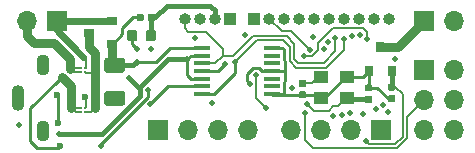
<source format=gbl>
G04 #@! TF.GenerationSoftware,KiCad,Pcbnew,(5.1.5)-3*
G04 #@! TF.CreationDate,2020-12-08T16:20:54+11:00*
G04 #@! TF.ProjectId,microBoSL,6d696372-6f42-46f5-934c-2e6b69636164,0.1.0*
G04 #@! TF.SameCoordinates,Original*
G04 #@! TF.FileFunction,Copper,L4,Bot*
G04 #@! TF.FilePolarity,Positive*
%FSLAX46Y46*%
G04 Gerber Fmt 4.6, Leading zero omitted, Abs format (unit mm)*
G04 Created by KiCad (PCBNEW (5.1.5)-3) date 2020-12-08 16:20:54*
%MOMM*%
%LPD*%
G04 APERTURE LIST*
%ADD10O,1.000000X1.000000*%
%ADD11R,1.000000X1.000000*%
%ADD12R,1.300000X1.000000*%
%ADD13C,0.100000*%
%ADD14C,0.200000*%
%ADD15O,1.700000X1.700000*%
%ADD16R,1.700000X1.700000*%
%ADD17R,1.450000X0.450000*%
%ADD18R,0.900000X0.800000*%
%ADD19R,0.800000X0.900000*%
%ADD20O,1.100000X2.200000*%
%ADD21O,1.100000X1.800000*%
%ADD22C,0.500000*%
%ADD23C,0.600000*%
%ADD24C,0.160000*%
%ADD25C,0.600000*%
%ADD26C,0.250000*%
%ADD27C,0.800000*%
%ADD28C,0.400000*%
%ADD29C,0.200000*%
G04 APERTURE END LIST*
D10*
X132600000Y-103650000D03*
X131330000Y-103650000D03*
X130060000Y-103650000D03*
X128790000Y-103650000D03*
X127520000Y-103650000D03*
X126250000Y-103650000D03*
X124980000Y-103650000D03*
X123710000Y-103650000D03*
X122440000Y-103650000D03*
D11*
X121170000Y-103650000D03*
D12*
X129050000Y-108600000D03*
X126850000Y-108600000D03*
X126850000Y-110400000D03*
X129050000Y-110400000D03*
G04 #@! TA.AperFunction,SMDPad,CuDef*
D13*
G36*
X132986958Y-109155710D02*
G01*
X133001276Y-109157834D01*
X133015317Y-109161351D01*
X133028946Y-109166228D01*
X133042031Y-109172417D01*
X133054447Y-109179858D01*
X133066073Y-109188481D01*
X133076798Y-109198202D01*
X133086519Y-109208927D01*
X133095142Y-109220553D01*
X133102583Y-109232969D01*
X133108772Y-109246054D01*
X133113649Y-109259683D01*
X133117166Y-109273724D01*
X133119290Y-109288042D01*
X133120000Y-109302500D01*
X133120000Y-109597500D01*
X133119290Y-109611958D01*
X133117166Y-109626276D01*
X133113649Y-109640317D01*
X133108772Y-109653946D01*
X133102583Y-109667031D01*
X133095142Y-109679447D01*
X133086519Y-109691073D01*
X133076798Y-109701798D01*
X133066073Y-109711519D01*
X133054447Y-109720142D01*
X133042031Y-109727583D01*
X133028946Y-109733772D01*
X133015317Y-109738649D01*
X133001276Y-109742166D01*
X132986958Y-109744290D01*
X132972500Y-109745000D01*
X132627500Y-109745000D01*
X132613042Y-109744290D01*
X132598724Y-109742166D01*
X132584683Y-109738649D01*
X132571054Y-109733772D01*
X132557969Y-109727583D01*
X132545553Y-109720142D01*
X132533927Y-109711519D01*
X132523202Y-109701798D01*
X132513481Y-109691073D01*
X132504858Y-109679447D01*
X132497417Y-109667031D01*
X132491228Y-109653946D01*
X132486351Y-109640317D01*
X132482834Y-109626276D01*
X132480710Y-109611958D01*
X132480000Y-109597500D01*
X132480000Y-109302500D01*
X132480710Y-109288042D01*
X132482834Y-109273724D01*
X132486351Y-109259683D01*
X132491228Y-109246054D01*
X132497417Y-109232969D01*
X132504858Y-109220553D01*
X132513481Y-109208927D01*
X132523202Y-109198202D01*
X132533927Y-109188481D01*
X132545553Y-109179858D01*
X132557969Y-109172417D01*
X132571054Y-109166228D01*
X132584683Y-109161351D01*
X132598724Y-109157834D01*
X132613042Y-109155710D01*
X132627500Y-109155000D01*
X132972500Y-109155000D01*
X132986958Y-109155710D01*
G37*
G04 #@! TD.AperFunction*
G04 #@! TA.AperFunction,SMDPad,CuDef*
G36*
X132986958Y-110125710D02*
G01*
X133001276Y-110127834D01*
X133015317Y-110131351D01*
X133028946Y-110136228D01*
X133042031Y-110142417D01*
X133054447Y-110149858D01*
X133066073Y-110158481D01*
X133076798Y-110168202D01*
X133086519Y-110178927D01*
X133095142Y-110190553D01*
X133102583Y-110202969D01*
X133108772Y-110216054D01*
X133113649Y-110229683D01*
X133117166Y-110243724D01*
X133119290Y-110258042D01*
X133120000Y-110272500D01*
X133120000Y-110567500D01*
X133119290Y-110581958D01*
X133117166Y-110596276D01*
X133113649Y-110610317D01*
X133108772Y-110623946D01*
X133102583Y-110637031D01*
X133095142Y-110649447D01*
X133086519Y-110661073D01*
X133076798Y-110671798D01*
X133066073Y-110681519D01*
X133054447Y-110690142D01*
X133042031Y-110697583D01*
X133028946Y-110703772D01*
X133015317Y-110708649D01*
X133001276Y-110712166D01*
X132986958Y-110714290D01*
X132972500Y-110715000D01*
X132627500Y-110715000D01*
X132613042Y-110714290D01*
X132598724Y-110712166D01*
X132584683Y-110708649D01*
X132571054Y-110703772D01*
X132557969Y-110697583D01*
X132545553Y-110690142D01*
X132533927Y-110681519D01*
X132523202Y-110671798D01*
X132513481Y-110661073D01*
X132504858Y-110649447D01*
X132497417Y-110637031D01*
X132491228Y-110623946D01*
X132486351Y-110610317D01*
X132482834Y-110596276D01*
X132480710Y-110581958D01*
X132480000Y-110567500D01*
X132480000Y-110272500D01*
X132480710Y-110258042D01*
X132482834Y-110243724D01*
X132486351Y-110229683D01*
X132491228Y-110216054D01*
X132497417Y-110202969D01*
X132504858Y-110190553D01*
X132513481Y-110178927D01*
X132523202Y-110168202D01*
X132533927Y-110158481D01*
X132545553Y-110149858D01*
X132557969Y-110142417D01*
X132571054Y-110136228D01*
X132584683Y-110131351D01*
X132598724Y-110127834D01*
X132613042Y-110125710D01*
X132627500Y-110125000D01*
X132972500Y-110125000D01*
X132986958Y-110125710D01*
G37*
G04 #@! TD.AperFunction*
G04 #@! TA.AperFunction,SMDPad,CuDef*
G36*
X112636958Y-103230710D02*
G01*
X112651276Y-103232834D01*
X112665317Y-103236351D01*
X112678946Y-103241228D01*
X112692031Y-103247417D01*
X112704447Y-103254858D01*
X112716073Y-103263481D01*
X112726798Y-103273202D01*
X112736519Y-103283927D01*
X112745142Y-103295553D01*
X112752583Y-103307969D01*
X112758772Y-103321054D01*
X112763649Y-103334683D01*
X112767166Y-103348724D01*
X112769290Y-103363042D01*
X112770000Y-103377500D01*
X112770000Y-103722500D01*
X112769290Y-103736958D01*
X112767166Y-103751276D01*
X112763649Y-103765317D01*
X112758772Y-103778946D01*
X112752583Y-103792031D01*
X112745142Y-103804447D01*
X112736519Y-103816073D01*
X112726798Y-103826798D01*
X112716073Y-103836519D01*
X112704447Y-103845142D01*
X112692031Y-103852583D01*
X112678946Y-103858772D01*
X112665317Y-103863649D01*
X112651276Y-103867166D01*
X112636958Y-103869290D01*
X112622500Y-103870000D01*
X112327500Y-103870000D01*
X112313042Y-103869290D01*
X112298724Y-103867166D01*
X112284683Y-103863649D01*
X112271054Y-103858772D01*
X112257969Y-103852583D01*
X112245553Y-103845142D01*
X112233927Y-103836519D01*
X112223202Y-103826798D01*
X112213481Y-103816073D01*
X112204858Y-103804447D01*
X112197417Y-103792031D01*
X112191228Y-103778946D01*
X112186351Y-103765317D01*
X112182834Y-103751276D01*
X112180710Y-103736958D01*
X112180000Y-103722500D01*
X112180000Y-103377500D01*
X112180710Y-103363042D01*
X112182834Y-103348724D01*
X112186351Y-103334683D01*
X112191228Y-103321054D01*
X112197417Y-103307969D01*
X112204858Y-103295553D01*
X112213481Y-103283927D01*
X112223202Y-103273202D01*
X112233927Y-103263481D01*
X112245553Y-103254858D01*
X112257969Y-103247417D01*
X112271054Y-103241228D01*
X112284683Y-103236351D01*
X112298724Y-103232834D01*
X112313042Y-103230710D01*
X112327500Y-103230000D01*
X112622500Y-103230000D01*
X112636958Y-103230710D01*
G37*
G04 #@! TD.AperFunction*
G04 #@! TA.AperFunction,SMDPad,CuDef*
G36*
X111666958Y-103230710D02*
G01*
X111681276Y-103232834D01*
X111695317Y-103236351D01*
X111708946Y-103241228D01*
X111722031Y-103247417D01*
X111734447Y-103254858D01*
X111746073Y-103263481D01*
X111756798Y-103273202D01*
X111766519Y-103283927D01*
X111775142Y-103295553D01*
X111782583Y-103307969D01*
X111788772Y-103321054D01*
X111793649Y-103334683D01*
X111797166Y-103348724D01*
X111799290Y-103363042D01*
X111800000Y-103377500D01*
X111800000Y-103722500D01*
X111799290Y-103736958D01*
X111797166Y-103751276D01*
X111793649Y-103765317D01*
X111788772Y-103778946D01*
X111782583Y-103792031D01*
X111775142Y-103804447D01*
X111766519Y-103816073D01*
X111756798Y-103826798D01*
X111746073Y-103836519D01*
X111734447Y-103845142D01*
X111722031Y-103852583D01*
X111708946Y-103858772D01*
X111695317Y-103863649D01*
X111681276Y-103867166D01*
X111666958Y-103869290D01*
X111652500Y-103870000D01*
X111357500Y-103870000D01*
X111343042Y-103869290D01*
X111328724Y-103867166D01*
X111314683Y-103863649D01*
X111301054Y-103858772D01*
X111287969Y-103852583D01*
X111275553Y-103845142D01*
X111263927Y-103836519D01*
X111253202Y-103826798D01*
X111243481Y-103816073D01*
X111234858Y-103804447D01*
X111227417Y-103792031D01*
X111221228Y-103778946D01*
X111216351Y-103765317D01*
X111212834Y-103751276D01*
X111210710Y-103736958D01*
X111210000Y-103722500D01*
X111210000Y-103377500D01*
X111210710Y-103363042D01*
X111212834Y-103348724D01*
X111216351Y-103334683D01*
X111221228Y-103321054D01*
X111227417Y-103307969D01*
X111234858Y-103295553D01*
X111243481Y-103283927D01*
X111253202Y-103273202D01*
X111263927Y-103263481D01*
X111275553Y-103254858D01*
X111287969Y-103247417D01*
X111301054Y-103241228D01*
X111314683Y-103236351D01*
X111328724Y-103232834D01*
X111343042Y-103230710D01*
X111357500Y-103230000D01*
X111652500Y-103230000D01*
X111666958Y-103230710D01*
G37*
G04 #@! TD.AperFunction*
G04 #@! TA.AperFunction,SMDPad,CuDef*
G36*
X125436958Y-108855710D02*
G01*
X125451276Y-108857834D01*
X125465317Y-108861351D01*
X125478946Y-108866228D01*
X125492031Y-108872417D01*
X125504447Y-108879858D01*
X125516073Y-108888481D01*
X125526798Y-108898202D01*
X125536519Y-108908927D01*
X125545142Y-108920553D01*
X125552583Y-108932969D01*
X125558772Y-108946054D01*
X125563649Y-108959683D01*
X125567166Y-108973724D01*
X125569290Y-108988042D01*
X125570000Y-109002500D01*
X125570000Y-109297500D01*
X125569290Y-109311958D01*
X125567166Y-109326276D01*
X125563649Y-109340317D01*
X125558772Y-109353946D01*
X125552583Y-109367031D01*
X125545142Y-109379447D01*
X125536519Y-109391073D01*
X125526798Y-109401798D01*
X125516073Y-109411519D01*
X125504447Y-109420142D01*
X125492031Y-109427583D01*
X125478946Y-109433772D01*
X125465317Y-109438649D01*
X125451276Y-109442166D01*
X125436958Y-109444290D01*
X125422500Y-109445000D01*
X125077500Y-109445000D01*
X125063042Y-109444290D01*
X125048724Y-109442166D01*
X125034683Y-109438649D01*
X125021054Y-109433772D01*
X125007969Y-109427583D01*
X124995553Y-109420142D01*
X124983927Y-109411519D01*
X124973202Y-109401798D01*
X124963481Y-109391073D01*
X124954858Y-109379447D01*
X124947417Y-109367031D01*
X124941228Y-109353946D01*
X124936351Y-109340317D01*
X124932834Y-109326276D01*
X124930710Y-109311958D01*
X124930000Y-109297500D01*
X124930000Y-109002500D01*
X124930710Y-108988042D01*
X124932834Y-108973724D01*
X124936351Y-108959683D01*
X124941228Y-108946054D01*
X124947417Y-108932969D01*
X124954858Y-108920553D01*
X124963481Y-108908927D01*
X124973202Y-108898202D01*
X124983927Y-108888481D01*
X124995553Y-108879858D01*
X125007969Y-108872417D01*
X125021054Y-108866228D01*
X125034683Y-108861351D01*
X125048724Y-108857834D01*
X125063042Y-108855710D01*
X125077500Y-108855000D01*
X125422500Y-108855000D01*
X125436958Y-108855710D01*
G37*
G04 #@! TD.AperFunction*
G04 #@! TA.AperFunction,SMDPad,CuDef*
G36*
X125436958Y-109825710D02*
G01*
X125451276Y-109827834D01*
X125465317Y-109831351D01*
X125478946Y-109836228D01*
X125492031Y-109842417D01*
X125504447Y-109849858D01*
X125516073Y-109858481D01*
X125526798Y-109868202D01*
X125536519Y-109878927D01*
X125545142Y-109890553D01*
X125552583Y-109902969D01*
X125558772Y-109916054D01*
X125563649Y-109929683D01*
X125567166Y-109943724D01*
X125569290Y-109958042D01*
X125570000Y-109972500D01*
X125570000Y-110267500D01*
X125569290Y-110281958D01*
X125567166Y-110296276D01*
X125563649Y-110310317D01*
X125558772Y-110323946D01*
X125552583Y-110337031D01*
X125545142Y-110349447D01*
X125536519Y-110361073D01*
X125526798Y-110371798D01*
X125516073Y-110381519D01*
X125504447Y-110390142D01*
X125492031Y-110397583D01*
X125478946Y-110403772D01*
X125465317Y-110408649D01*
X125451276Y-110412166D01*
X125436958Y-110414290D01*
X125422500Y-110415000D01*
X125077500Y-110415000D01*
X125063042Y-110414290D01*
X125048724Y-110412166D01*
X125034683Y-110408649D01*
X125021054Y-110403772D01*
X125007969Y-110397583D01*
X124995553Y-110390142D01*
X124983927Y-110381519D01*
X124973202Y-110371798D01*
X124963481Y-110361073D01*
X124954858Y-110349447D01*
X124947417Y-110337031D01*
X124941228Y-110323946D01*
X124936351Y-110310317D01*
X124932834Y-110296276D01*
X124930710Y-110281958D01*
X124930000Y-110267500D01*
X124930000Y-109972500D01*
X124930710Y-109958042D01*
X124932834Y-109943724D01*
X124936351Y-109929683D01*
X124941228Y-109916054D01*
X124947417Y-109902969D01*
X124954858Y-109890553D01*
X124963481Y-109878927D01*
X124973202Y-109868202D01*
X124983927Y-109858481D01*
X124995553Y-109849858D01*
X125007969Y-109842417D01*
X125021054Y-109836228D01*
X125034683Y-109831351D01*
X125048724Y-109827834D01*
X125063042Y-109825710D01*
X125077500Y-109825000D01*
X125422500Y-109825000D01*
X125436958Y-109825710D01*
G37*
G04 #@! TD.AperFunction*
G04 #@! TA.AperFunction,SMDPad,CuDef*
G36*
X131036958Y-110205710D02*
G01*
X131051276Y-110207834D01*
X131065317Y-110211351D01*
X131078946Y-110216228D01*
X131092031Y-110222417D01*
X131104447Y-110229858D01*
X131116073Y-110238481D01*
X131126798Y-110248202D01*
X131136519Y-110258927D01*
X131145142Y-110270553D01*
X131152583Y-110282969D01*
X131158772Y-110296054D01*
X131163649Y-110309683D01*
X131167166Y-110323724D01*
X131169290Y-110338042D01*
X131170000Y-110352500D01*
X131170000Y-110647500D01*
X131169290Y-110661958D01*
X131167166Y-110676276D01*
X131163649Y-110690317D01*
X131158772Y-110703946D01*
X131152583Y-110717031D01*
X131145142Y-110729447D01*
X131136519Y-110741073D01*
X131126798Y-110751798D01*
X131116073Y-110761519D01*
X131104447Y-110770142D01*
X131092031Y-110777583D01*
X131078946Y-110783772D01*
X131065317Y-110788649D01*
X131051276Y-110792166D01*
X131036958Y-110794290D01*
X131022500Y-110795000D01*
X130677500Y-110795000D01*
X130663042Y-110794290D01*
X130648724Y-110792166D01*
X130634683Y-110788649D01*
X130621054Y-110783772D01*
X130607969Y-110777583D01*
X130595553Y-110770142D01*
X130583927Y-110761519D01*
X130573202Y-110751798D01*
X130563481Y-110741073D01*
X130554858Y-110729447D01*
X130547417Y-110717031D01*
X130541228Y-110703946D01*
X130536351Y-110690317D01*
X130532834Y-110676276D01*
X130530710Y-110661958D01*
X130530000Y-110647500D01*
X130530000Y-110352500D01*
X130530710Y-110338042D01*
X130532834Y-110323724D01*
X130536351Y-110309683D01*
X130541228Y-110296054D01*
X130547417Y-110282969D01*
X130554858Y-110270553D01*
X130563481Y-110258927D01*
X130573202Y-110248202D01*
X130583927Y-110238481D01*
X130595553Y-110229858D01*
X130607969Y-110222417D01*
X130621054Y-110216228D01*
X130634683Y-110211351D01*
X130648724Y-110207834D01*
X130663042Y-110205710D01*
X130677500Y-110205000D01*
X131022500Y-110205000D01*
X131036958Y-110205710D01*
G37*
G04 #@! TD.AperFunction*
G04 #@! TA.AperFunction,SMDPad,CuDef*
G36*
X131036958Y-109235710D02*
G01*
X131051276Y-109237834D01*
X131065317Y-109241351D01*
X131078946Y-109246228D01*
X131092031Y-109252417D01*
X131104447Y-109259858D01*
X131116073Y-109268481D01*
X131126798Y-109278202D01*
X131136519Y-109288927D01*
X131145142Y-109300553D01*
X131152583Y-109312969D01*
X131158772Y-109326054D01*
X131163649Y-109339683D01*
X131167166Y-109353724D01*
X131169290Y-109368042D01*
X131170000Y-109382500D01*
X131170000Y-109677500D01*
X131169290Y-109691958D01*
X131167166Y-109706276D01*
X131163649Y-109720317D01*
X131158772Y-109733946D01*
X131152583Y-109747031D01*
X131145142Y-109759447D01*
X131136519Y-109771073D01*
X131126798Y-109781798D01*
X131116073Y-109791519D01*
X131104447Y-109800142D01*
X131092031Y-109807583D01*
X131078946Y-109813772D01*
X131065317Y-109818649D01*
X131051276Y-109822166D01*
X131036958Y-109824290D01*
X131022500Y-109825000D01*
X130677500Y-109825000D01*
X130663042Y-109824290D01*
X130648724Y-109822166D01*
X130634683Y-109818649D01*
X130621054Y-109813772D01*
X130607969Y-109807583D01*
X130595553Y-109800142D01*
X130583927Y-109791519D01*
X130573202Y-109781798D01*
X130563481Y-109771073D01*
X130554858Y-109759447D01*
X130547417Y-109747031D01*
X130541228Y-109733946D01*
X130536351Y-109720317D01*
X130532834Y-109706276D01*
X130530710Y-109691958D01*
X130530000Y-109677500D01*
X130530000Y-109382500D01*
X130530710Y-109368042D01*
X130532834Y-109353724D01*
X130536351Y-109339683D01*
X130541228Y-109326054D01*
X130547417Y-109312969D01*
X130554858Y-109300553D01*
X130563481Y-109288927D01*
X130573202Y-109278202D01*
X130583927Y-109268481D01*
X130595553Y-109259858D01*
X130607969Y-109252417D01*
X130621054Y-109246228D01*
X130634683Y-109241351D01*
X130648724Y-109237834D01*
X130663042Y-109235710D01*
X130677500Y-109235000D01*
X131022500Y-109235000D01*
X131036958Y-109235710D01*
G37*
G04 #@! TD.AperFunction*
D14*
X106500000Y-111550000D03*
X106850000Y-111550000D03*
X106500000Y-111200000D03*
X106850000Y-111200000D03*
X106500000Y-108200000D03*
X106850000Y-108200000D03*
X106500000Y-107850000D03*
X106850000Y-107850000D03*
D10*
X115290000Y-103650000D03*
X116560000Y-103650000D03*
X117830000Y-103650000D03*
D11*
X119100000Y-103650000D03*
D15*
X138100000Y-113100000D03*
X135560000Y-113100000D03*
X138100000Y-110560000D03*
X135560000Y-110560000D03*
X138100000Y-108020000D03*
D16*
X135560000Y-108020000D03*
D17*
X116775000Y-106150000D03*
X116775000Y-106800000D03*
X116775000Y-107450000D03*
X116775000Y-108100000D03*
X116775000Y-108750000D03*
X116775000Y-109400000D03*
X116775000Y-110050000D03*
X122675000Y-110050000D03*
X122675000Y-109400000D03*
X122675000Y-108750000D03*
X122675000Y-108100000D03*
X122675000Y-107450000D03*
X122675000Y-106800000D03*
X122675000Y-106150000D03*
D18*
X107150000Y-104850000D03*
X109150000Y-105800000D03*
X109150000Y-103900000D03*
D19*
X131850000Y-106100000D03*
X130900000Y-108100000D03*
X132800000Y-108100000D03*
D20*
X101150000Y-110400000D03*
D21*
X103300000Y-113200000D03*
X103300000Y-107600000D03*
D15*
X138100000Y-103900000D03*
D16*
X135560000Y-103900000D03*
D15*
X101900000Y-103900000D03*
D16*
X104440000Y-103900000D03*
D15*
X124280000Y-113100000D03*
X126820000Y-113100000D03*
X129360000Y-113100000D03*
D16*
X131900000Y-113100000D03*
D15*
X120600000Y-113100000D03*
X118060000Y-113100000D03*
X115520000Y-113100000D03*
D16*
X112980000Y-113100000D03*
G04 #@! TA.AperFunction,SMDPad,CuDef*
D13*
G36*
X111065191Y-104626053D02*
G01*
X111086426Y-104629203D01*
X111107250Y-104634419D01*
X111127462Y-104641651D01*
X111146868Y-104650830D01*
X111165281Y-104661866D01*
X111182524Y-104674654D01*
X111198430Y-104689070D01*
X111212846Y-104704976D01*
X111225634Y-104722219D01*
X111236670Y-104740632D01*
X111245849Y-104760038D01*
X111253081Y-104780250D01*
X111258297Y-104801074D01*
X111261447Y-104822309D01*
X111262500Y-104843750D01*
X111262500Y-105356250D01*
X111261447Y-105377691D01*
X111258297Y-105398926D01*
X111253081Y-105419750D01*
X111245849Y-105439962D01*
X111236670Y-105459368D01*
X111225634Y-105477781D01*
X111212846Y-105495024D01*
X111198430Y-105510930D01*
X111182524Y-105525346D01*
X111165281Y-105538134D01*
X111146868Y-105549170D01*
X111127462Y-105558349D01*
X111107250Y-105565581D01*
X111086426Y-105570797D01*
X111065191Y-105573947D01*
X111043750Y-105575000D01*
X110606250Y-105575000D01*
X110584809Y-105573947D01*
X110563574Y-105570797D01*
X110542750Y-105565581D01*
X110522538Y-105558349D01*
X110503132Y-105549170D01*
X110484719Y-105538134D01*
X110467476Y-105525346D01*
X110451570Y-105510930D01*
X110437154Y-105495024D01*
X110424366Y-105477781D01*
X110413330Y-105459368D01*
X110404151Y-105439962D01*
X110396919Y-105419750D01*
X110391703Y-105398926D01*
X110388553Y-105377691D01*
X110387500Y-105356250D01*
X110387500Y-104843750D01*
X110388553Y-104822309D01*
X110391703Y-104801074D01*
X110396919Y-104780250D01*
X110404151Y-104760038D01*
X110413330Y-104740632D01*
X110424366Y-104722219D01*
X110437154Y-104704976D01*
X110451570Y-104689070D01*
X110467476Y-104674654D01*
X110484719Y-104661866D01*
X110503132Y-104650830D01*
X110522538Y-104641651D01*
X110542750Y-104634419D01*
X110563574Y-104629203D01*
X110584809Y-104626053D01*
X110606250Y-104625000D01*
X111043750Y-104625000D01*
X111065191Y-104626053D01*
G37*
G04 #@! TD.AperFunction*
G04 #@! TA.AperFunction,SMDPad,CuDef*
G36*
X112640191Y-104626053D02*
G01*
X112661426Y-104629203D01*
X112682250Y-104634419D01*
X112702462Y-104641651D01*
X112721868Y-104650830D01*
X112740281Y-104661866D01*
X112757524Y-104674654D01*
X112773430Y-104689070D01*
X112787846Y-104704976D01*
X112800634Y-104722219D01*
X112811670Y-104740632D01*
X112820849Y-104760038D01*
X112828081Y-104780250D01*
X112833297Y-104801074D01*
X112836447Y-104822309D01*
X112837500Y-104843750D01*
X112837500Y-105356250D01*
X112836447Y-105377691D01*
X112833297Y-105398926D01*
X112828081Y-105419750D01*
X112820849Y-105439962D01*
X112811670Y-105459368D01*
X112800634Y-105477781D01*
X112787846Y-105495024D01*
X112773430Y-105510930D01*
X112757524Y-105525346D01*
X112740281Y-105538134D01*
X112721868Y-105549170D01*
X112702462Y-105558349D01*
X112682250Y-105565581D01*
X112661426Y-105570797D01*
X112640191Y-105573947D01*
X112618750Y-105575000D01*
X112181250Y-105575000D01*
X112159809Y-105573947D01*
X112138574Y-105570797D01*
X112117750Y-105565581D01*
X112097538Y-105558349D01*
X112078132Y-105549170D01*
X112059719Y-105538134D01*
X112042476Y-105525346D01*
X112026570Y-105510930D01*
X112012154Y-105495024D01*
X111999366Y-105477781D01*
X111988330Y-105459368D01*
X111979151Y-105439962D01*
X111971919Y-105419750D01*
X111966703Y-105398926D01*
X111963553Y-105377691D01*
X111962500Y-105356250D01*
X111962500Y-104843750D01*
X111963553Y-104822309D01*
X111966703Y-104801074D01*
X111971919Y-104780250D01*
X111979151Y-104760038D01*
X111988330Y-104740632D01*
X111999366Y-104722219D01*
X112012154Y-104704976D01*
X112026570Y-104689070D01*
X112042476Y-104674654D01*
X112059719Y-104661866D01*
X112078132Y-104650830D01*
X112097538Y-104641651D01*
X112117750Y-104634419D01*
X112138574Y-104629203D01*
X112159809Y-104626053D01*
X112181250Y-104625000D01*
X112618750Y-104625000D01*
X112640191Y-104626053D01*
G37*
G04 #@! TD.AperFunction*
G04 #@! TA.AperFunction,SMDPad,CuDef*
G36*
X109999504Y-109776204D02*
G01*
X110023773Y-109779804D01*
X110047571Y-109785765D01*
X110070671Y-109794030D01*
X110092849Y-109804520D01*
X110113893Y-109817133D01*
X110133598Y-109831747D01*
X110151777Y-109848223D01*
X110168253Y-109866402D01*
X110182867Y-109886107D01*
X110195480Y-109907151D01*
X110205970Y-109929329D01*
X110214235Y-109952429D01*
X110220196Y-109976227D01*
X110223796Y-110000496D01*
X110225000Y-110025000D01*
X110225000Y-110775000D01*
X110223796Y-110799504D01*
X110220196Y-110823773D01*
X110214235Y-110847571D01*
X110205970Y-110870671D01*
X110195480Y-110892849D01*
X110182867Y-110913893D01*
X110168253Y-110933598D01*
X110151777Y-110951777D01*
X110133598Y-110968253D01*
X110113893Y-110982867D01*
X110092849Y-110995480D01*
X110070671Y-111005970D01*
X110047571Y-111014235D01*
X110023773Y-111020196D01*
X109999504Y-111023796D01*
X109975000Y-111025000D01*
X108725000Y-111025000D01*
X108700496Y-111023796D01*
X108676227Y-111020196D01*
X108652429Y-111014235D01*
X108629329Y-111005970D01*
X108607151Y-110995480D01*
X108586107Y-110982867D01*
X108566402Y-110968253D01*
X108548223Y-110951777D01*
X108531747Y-110933598D01*
X108517133Y-110913893D01*
X108504520Y-110892849D01*
X108494030Y-110870671D01*
X108485765Y-110847571D01*
X108479804Y-110823773D01*
X108476204Y-110799504D01*
X108475000Y-110775000D01*
X108475000Y-110025000D01*
X108476204Y-110000496D01*
X108479804Y-109976227D01*
X108485765Y-109952429D01*
X108494030Y-109929329D01*
X108504520Y-109907151D01*
X108517133Y-109886107D01*
X108531747Y-109866402D01*
X108548223Y-109848223D01*
X108566402Y-109831747D01*
X108586107Y-109817133D01*
X108607151Y-109804520D01*
X108629329Y-109794030D01*
X108652429Y-109785765D01*
X108676227Y-109779804D01*
X108700496Y-109776204D01*
X108725000Y-109775000D01*
X109975000Y-109775000D01*
X109999504Y-109776204D01*
G37*
G04 #@! TD.AperFunction*
G04 #@! TA.AperFunction,SMDPad,CuDef*
G36*
X109999504Y-106976204D02*
G01*
X110023773Y-106979804D01*
X110047571Y-106985765D01*
X110070671Y-106994030D01*
X110092849Y-107004520D01*
X110113893Y-107017133D01*
X110133598Y-107031747D01*
X110151777Y-107048223D01*
X110168253Y-107066402D01*
X110182867Y-107086107D01*
X110195480Y-107107151D01*
X110205970Y-107129329D01*
X110214235Y-107152429D01*
X110220196Y-107176227D01*
X110223796Y-107200496D01*
X110225000Y-107225000D01*
X110225000Y-107975000D01*
X110223796Y-107999504D01*
X110220196Y-108023773D01*
X110214235Y-108047571D01*
X110205970Y-108070671D01*
X110195480Y-108092849D01*
X110182867Y-108113893D01*
X110168253Y-108133598D01*
X110151777Y-108151777D01*
X110133598Y-108168253D01*
X110113893Y-108182867D01*
X110092849Y-108195480D01*
X110070671Y-108205970D01*
X110047571Y-108214235D01*
X110023773Y-108220196D01*
X109999504Y-108223796D01*
X109975000Y-108225000D01*
X108725000Y-108225000D01*
X108700496Y-108223796D01*
X108676227Y-108220196D01*
X108652429Y-108214235D01*
X108629329Y-108205970D01*
X108607151Y-108195480D01*
X108586107Y-108182867D01*
X108566402Y-108168253D01*
X108548223Y-108151777D01*
X108531747Y-108133598D01*
X108517133Y-108113893D01*
X108504520Y-108092849D01*
X108494030Y-108070671D01*
X108485765Y-108047571D01*
X108479804Y-108023773D01*
X108476204Y-107999504D01*
X108475000Y-107975000D01*
X108475000Y-107225000D01*
X108476204Y-107200496D01*
X108479804Y-107176227D01*
X108485765Y-107152429D01*
X108494030Y-107129329D01*
X108504520Y-107107151D01*
X108517133Y-107086107D01*
X108531747Y-107066402D01*
X108548223Y-107048223D01*
X108566402Y-107031747D01*
X108586107Y-107017133D01*
X108607151Y-107004520D01*
X108629329Y-106994030D01*
X108652429Y-106985765D01*
X108676227Y-106979804D01*
X108700496Y-106976204D01*
X108725000Y-106975000D01*
X109975000Y-106975000D01*
X109999504Y-106976204D01*
G37*
G04 #@! TD.AperFunction*
D22*
X109100000Y-110600000D03*
X117550000Y-110800000D03*
X101250000Y-112700000D03*
X112400000Y-106250001D03*
X120787070Y-109182618D03*
X129050000Y-108600000D03*
D23*
X106800000Y-110300000D03*
D22*
X120350000Y-105080010D03*
X124340000Y-109500000D03*
X111200000Y-107300008D03*
X125650000Y-110850000D03*
X126600000Y-108600000D03*
X129408342Y-105137798D03*
D23*
X104750000Y-114425000D03*
X104850000Y-108600000D03*
D22*
X119550000Y-107350000D03*
X128739192Y-105343358D03*
X128043041Y-105269942D03*
X133079442Y-107104442D03*
X128600000Y-111850000D03*
X130700000Y-105400000D03*
X125350000Y-106849978D03*
X121317081Y-108400000D03*
X122200000Y-111250000D03*
X130100006Y-105030010D03*
D23*
X104532106Y-112465990D03*
X104499998Y-110100000D03*
D22*
X112350000Y-110925000D03*
X116131375Y-105304549D03*
X118700000Y-107500000D03*
X115487500Y-107100000D03*
X104600000Y-113425000D03*
X110587510Y-108650000D03*
X108175000Y-114475000D03*
X112150000Y-109735000D03*
X127112304Y-106261839D03*
X111203013Y-106213179D03*
X127835053Y-111862886D03*
X125450000Y-111650000D03*
X132080543Y-110932748D03*
X131471041Y-111277022D03*
X132450000Y-111550000D03*
X130374774Y-111725226D03*
X129260797Y-111618992D03*
X125850226Y-106300226D03*
X130600000Y-114024976D03*
X126100000Y-105180010D03*
X127444716Y-105633292D03*
D24*
X104440000Y-103900000D02*
X104440000Y-104377598D01*
D25*
X104440000Y-103900000D02*
X109150000Y-103900000D01*
X104440000Y-103900000D02*
X104440000Y-104190000D01*
D26*
X122675000Y-110050000D02*
X123560002Y-110050000D01*
X123560002Y-106150000D02*
X122675000Y-106150000D01*
X123725001Y-109885001D02*
X123560002Y-110050000D01*
X123560002Y-106150000D02*
X123725001Y-106314999D01*
X123650000Y-108100000D02*
X123750000Y-108100000D01*
X122675000Y-108100000D02*
X123650000Y-108100000D01*
X123725001Y-106314999D02*
X123750000Y-108100000D01*
X123750000Y-108100000D02*
X123725001Y-109885001D01*
X128900000Y-108600000D02*
X129050000Y-108600000D01*
X127100000Y-110400000D02*
X128900000Y-108600000D01*
X126850000Y-110400000D02*
X127100000Y-110400000D01*
X126570000Y-110120000D02*
X125250000Y-110120000D01*
X126850000Y-110400000D02*
X126570000Y-110120000D01*
X130400000Y-108600000D02*
X130900000Y-108100000D01*
X129050000Y-108600000D02*
X130400000Y-108600000D01*
X130900000Y-109480000D02*
X130850000Y-109530000D01*
X130900000Y-108100000D02*
X130900000Y-109480000D01*
X131170000Y-109530000D02*
X130850000Y-109530000D01*
X131590000Y-109530000D02*
X131170000Y-109530000D01*
X132480000Y-110420000D02*
X131590000Y-109530000D01*
X132800000Y-110420000D02*
X132480000Y-110420000D01*
X122745000Y-110120000D02*
X122675000Y-110050000D01*
X125250000Y-110120000D02*
X122745000Y-110120000D01*
X121576001Y-107824999D02*
X121023999Y-107824999D01*
X122675000Y-108100000D02*
X121851002Y-108100000D01*
X121851002Y-108100000D02*
X121576001Y-107824999D01*
X121023999Y-107824999D02*
X120537071Y-108311927D01*
X120537071Y-108932619D02*
X120787070Y-109182618D01*
X120537071Y-108311927D02*
X120537071Y-108932619D01*
D25*
X104440000Y-103900000D02*
X104440000Y-104640000D01*
X106172806Y-106372806D02*
X106700000Y-106900000D01*
X104440000Y-104640000D02*
X106172806Y-106372806D01*
D24*
X106880001Y-107080001D02*
X106880001Y-107819999D01*
X106700000Y-106900000D02*
X106880001Y-107080001D01*
X106800000Y-110300000D02*
X106800000Y-110400000D01*
X106880001Y-110480001D02*
X106880001Y-111169999D01*
X106800000Y-110400000D02*
X106880001Y-110480001D01*
D27*
X109150000Y-107400000D02*
X109350000Y-107600000D01*
X109150000Y-105800000D02*
X109150000Y-107400000D01*
D26*
X110000000Y-105000000D02*
X109200000Y-105800000D01*
X110000000Y-104450000D02*
X110000000Y-105000000D01*
X109200000Y-105800000D02*
X109150000Y-105800000D01*
X111505000Y-103550000D02*
X110900000Y-103550000D01*
X110900000Y-103550000D02*
X110000000Y-104450000D01*
D28*
X110900008Y-107600000D02*
X111200000Y-107300008D01*
X109350000Y-107600000D02*
X110900008Y-107600000D01*
D26*
X115800000Y-106150000D02*
X116775000Y-106150000D01*
X112880514Y-107300008D02*
X114030522Y-106150000D01*
X114030522Y-106150000D02*
X115800000Y-106150000D01*
X111200000Y-107300008D02*
X112880514Y-107300008D01*
D28*
X130850000Y-110500000D02*
X129150000Y-110500000D01*
X129150000Y-110500000D02*
X129050000Y-110400000D01*
D24*
X128240000Y-111060000D02*
X127872799Y-111060000D01*
X129050000Y-110400000D02*
X128900000Y-110400000D01*
X127487200Y-111445599D02*
X126245599Y-111445599D01*
X126245599Y-111445599D02*
X125899999Y-111099999D01*
X125899999Y-111099999D02*
X125650000Y-110850000D01*
X128900000Y-110400000D02*
X128240000Y-111060000D01*
X127872799Y-111060000D02*
X127487200Y-111445599D01*
X126350001Y-108849999D02*
X126600000Y-108600000D01*
X125250000Y-109150000D02*
X126050000Y-109150000D01*
X126050000Y-109150000D02*
X126350001Y-108849999D01*
D27*
X101900000Y-105102081D02*
X101900000Y-103900000D01*
X102547919Y-105750000D02*
X101900000Y-105102081D01*
X105600000Y-107100000D02*
X104250000Y-105750000D01*
X104250000Y-105750000D02*
X102547919Y-105750000D01*
X105600000Y-107100000D02*
X105600000Y-107900000D01*
D24*
X105600000Y-107900000D02*
X105700000Y-107900000D01*
X105750000Y-107850000D02*
X106469999Y-107850000D01*
X105700000Y-107900000D02*
X105750000Y-107850000D01*
X105700000Y-107900000D02*
X106000000Y-108200000D01*
X106000000Y-108200000D02*
X106469999Y-108200000D01*
D28*
X112400000Y-103625000D02*
X112475000Y-103550000D01*
X112400000Y-105100000D02*
X112400000Y-103625000D01*
X117437106Y-102550000D02*
X117830000Y-102942894D01*
X113770000Y-102550000D02*
X117437106Y-102550000D01*
X112475000Y-103550000D02*
X112770000Y-103550000D01*
X117830000Y-102942894D02*
X117830000Y-103650000D01*
X112770000Y-103550000D02*
X113770000Y-102550000D01*
D27*
X104850000Y-108600000D02*
X105650000Y-109400000D01*
X105650000Y-109400000D02*
X105650000Y-109800000D01*
D24*
X105650000Y-109800000D02*
X105900000Y-109800000D01*
X105900000Y-109800000D02*
X105950000Y-109850000D01*
X105650000Y-109800000D02*
X105650000Y-109900000D01*
D26*
X104575000Y-114600000D02*
X102800000Y-114600000D01*
X104750000Y-114425000D02*
X104575000Y-114600000D01*
X102200000Y-114000000D02*
X102200000Y-111250000D01*
X104550001Y-108899999D02*
X104850000Y-108600000D01*
X102800000Y-114600000D02*
X102200000Y-114000000D01*
X102200000Y-111250000D02*
X104550001Y-108899999D01*
D27*
X105650000Y-109800000D02*
X105650000Y-110650000D01*
D24*
X105650000Y-110650000D02*
X105850000Y-110650000D01*
X105850000Y-110650000D02*
X105900000Y-110700000D01*
D27*
X105650000Y-110650000D02*
X105650000Y-111250000D01*
D24*
X105650000Y-111250000D02*
X105750000Y-111250000D01*
X105800000Y-111200000D02*
X106469999Y-111200000D01*
X105750000Y-111250000D02*
X105800000Y-111200000D01*
X106050000Y-111550000D02*
X106469999Y-111550000D01*
X105750000Y-111250000D02*
X106050000Y-111550000D01*
D26*
X119500000Y-107400000D02*
X119550000Y-107350000D01*
X119500000Y-108300000D02*
X119500000Y-107400000D01*
X116775000Y-110050000D02*
X117750000Y-110050000D01*
X117750000Y-110050000D02*
X119500000Y-108300000D01*
D29*
X123613590Y-105500000D02*
X124163332Y-106049742D01*
X119550000Y-107350000D02*
X121400000Y-105500000D01*
X121400000Y-105500000D02*
X123613590Y-105500000D01*
X127215701Y-107799999D02*
X128739192Y-106276508D01*
X124163333Y-107263333D02*
X124699999Y-107799999D01*
X124163332Y-106049742D02*
X124163333Y-107263333D01*
X124699999Y-107799999D02*
X127215701Y-107799999D01*
X128739192Y-106276508D02*
X128739192Y-105696911D01*
X128739192Y-105696911D02*
X128739192Y-105343358D01*
D26*
X116775000Y-107450000D02*
X116874999Y-107350001D01*
D29*
X128043041Y-105623495D02*
X128043041Y-105269942D01*
X124563343Y-107063343D02*
X124899988Y-107399988D01*
X124563343Y-105781021D02*
X124563343Y-107063343D01*
X128043041Y-106406959D02*
X128043041Y-105623495D01*
X127050012Y-107399988D02*
X128043041Y-106406959D01*
X124899988Y-107399988D02*
X127050012Y-107399988D01*
D24*
X117850000Y-107450000D02*
X118489998Y-106810002D01*
X116775000Y-107450000D02*
X117850000Y-107450000D01*
X115574548Y-104774548D02*
X115290000Y-104490000D01*
X117074548Y-104774548D02*
X115574548Y-104774548D01*
X118489998Y-106810002D02*
X118489998Y-106189998D01*
X115290000Y-104490000D02*
X115290000Y-103650000D01*
X118489998Y-106189998D02*
X117074548Y-104774548D01*
X123902312Y-105119990D02*
X124563343Y-105781021D01*
X119404410Y-106810002D02*
X121094422Y-105119990D01*
X118489998Y-106810002D02*
X119404410Y-106810002D01*
X121094422Y-105119990D02*
X123902312Y-105119990D01*
X130354407Y-104465022D02*
X127830106Y-104465022D01*
X127830106Y-104465022D02*
X126550000Y-105745128D01*
X126550000Y-105745128D02*
X126550000Y-106350000D01*
X130700000Y-105400000D02*
X130700000Y-104810615D01*
X130700000Y-104810615D02*
X130354407Y-104465022D01*
X125703553Y-106849978D02*
X125350000Y-106849978D01*
X126550000Y-106350000D02*
X126050022Y-106849978D01*
X126050022Y-106849978D02*
X125703553Y-106849978D01*
X121317081Y-110367081D02*
X121317081Y-108400000D01*
X122200000Y-111250000D02*
X121317081Y-110367081D01*
D26*
X104532106Y-112465990D02*
X104532106Y-110132108D01*
X104532106Y-110132108D02*
X104499998Y-110100000D01*
X113875000Y-109400000D02*
X112350000Y-110925000D01*
X116775000Y-109400000D02*
X113875000Y-109400000D01*
X116775000Y-108100000D02*
X118100000Y-108100000D01*
X118100000Y-108100000D02*
X118700000Y-107500000D01*
X115487500Y-108437500D02*
X115487500Y-107100000D01*
X115800000Y-108750000D02*
X115487500Y-108437500D01*
X116775000Y-108750000D02*
X115800000Y-108750000D01*
D28*
X113822998Y-107100000D02*
X115050000Y-107100000D01*
X111499999Y-109422999D02*
X113822998Y-107100000D01*
X115050000Y-107100000D02*
X115487500Y-107100000D01*
X111499999Y-109422999D02*
X111360509Y-109422999D01*
X111360509Y-109422999D02*
X110587510Y-108650000D01*
D26*
X115487500Y-107100000D02*
X115787500Y-106800000D01*
X115787500Y-106800000D02*
X116775000Y-106800000D01*
D28*
X104600000Y-113425000D02*
X108244256Y-113425000D01*
X111499999Y-110169257D02*
X111499999Y-109422999D01*
X108244256Y-113425000D02*
X111499999Y-110169257D01*
D26*
X108175000Y-114250000D02*
X112150000Y-110275000D01*
X108175000Y-114475000D02*
X108175000Y-114250000D01*
X112150000Y-110275000D02*
X112150000Y-109735000D01*
X110825000Y-105100000D02*
X110825000Y-105835166D01*
X110953014Y-105963180D02*
X111203013Y-106213179D01*
X110825000Y-105835166D02*
X110953014Y-105963180D01*
D24*
X125450000Y-113950000D02*
X125450000Y-112003553D01*
X135560000Y-110560000D02*
X134100000Y-112020000D01*
X125450000Y-112003553D02*
X125450000Y-111650000D01*
X134100000Y-112020000D02*
X134100000Y-113800000D01*
X134100000Y-113800000D02*
X133255010Y-114644990D01*
X133255010Y-114644990D02*
X126144990Y-114644990D01*
X126144990Y-114644990D02*
X125450000Y-113950000D01*
X124250000Y-104700000D02*
X125600227Y-106050227D01*
X125600227Y-106050227D02*
X125850226Y-106300226D01*
X122440000Y-103650000D02*
X123490000Y-104700000D01*
X123490000Y-104700000D02*
X124250000Y-104700000D01*
D27*
X133360000Y-106100000D02*
X135560000Y-103900000D01*
X131850000Y-106100000D02*
X133360000Y-106100000D01*
D28*
X132800000Y-109450000D02*
X132800000Y-108100000D01*
D24*
X133120000Y-109450000D02*
X133739989Y-110069989D01*
X133115893Y-114274975D02*
X130849999Y-114274975D01*
X132800000Y-109450000D02*
X133120000Y-109450000D01*
X133739989Y-110069989D02*
X133739989Y-113650879D01*
X130849999Y-114274975D02*
X130600000Y-114024976D01*
X133739989Y-113650879D02*
X133115893Y-114274975D01*
X107700000Y-110050000D02*
X107519999Y-110230001D01*
D27*
X107700000Y-106600000D02*
X107700000Y-107400000D01*
X107150000Y-106050000D02*
X107700000Y-106600000D01*
X107150000Y-104850000D02*
X107150000Y-106050000D01*
X107700000Y-110050000D02*
X107700000Y-110200000D01*
X107700000Y-110200000D02*
X107700000Y-110700000D01*
X107700000Y-108900000D02*
X107700000Y-110050000D01*
X107700000Y-107400000D02*
X107700000Y-108900000D01*
D24*
X107330001Y-108230001D02*
X106880001Y-108230001D01*
X107700000Y-108900000D02*
X107700000Y-108600000D01*
X107700000Y-108600000D02*
X107330001Y-108230001D01*
D27*
X107700000Y-110700000D02*
X107700000Y-111200000D01*
D24*
X107319999Y-111580001D02*
X106880001Y-111580001D01*
X107700000Y-111200000D02*
X107319999Y-111580001D01*
M02*

</source>
